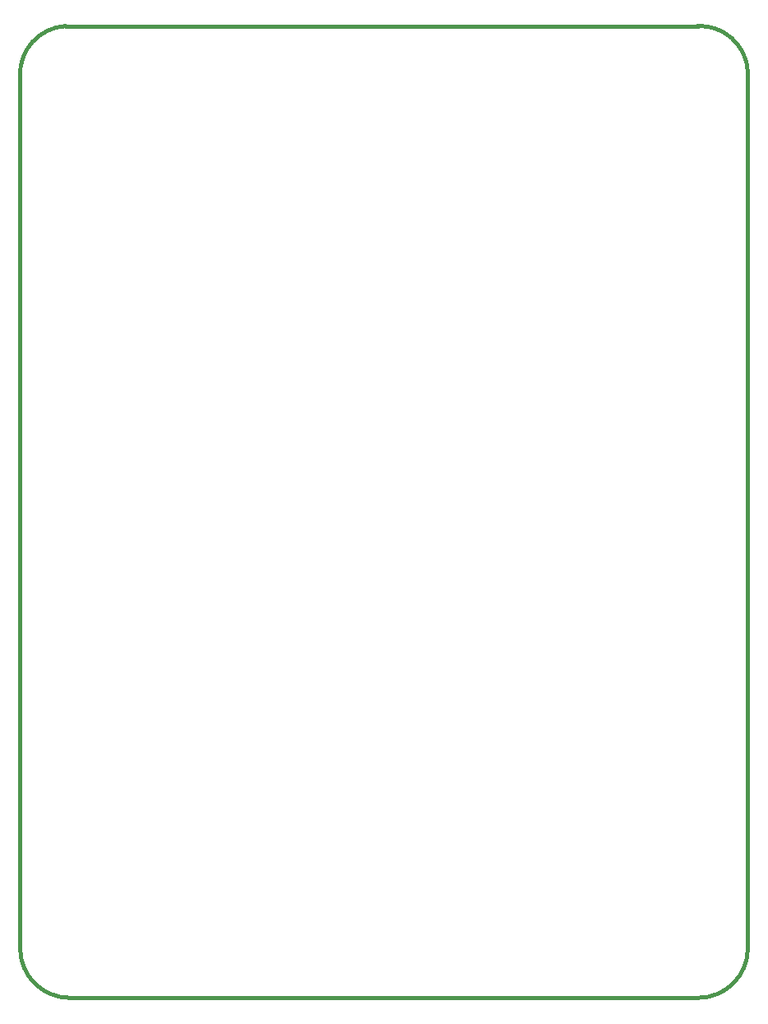
<source format=gm1>
G04 #@! TF.FileFunction,Profile,NP*
%FSLAX46Y46*%
G04 Gerber Fmt 4.6, Leading zero omitted, Abs format (unit mm)*
G04 Created by KiCad (PCBNEW 4.0.4-stable) date 01/06/17 10:24:34*
%MOMM*%
%LPD*%
G01*
G04 APERTURE LIST*
%ADD10C,0.150000*%
%ADD11C,0.381000*%
G04 APERTURE END LIST*
D10*
D11*
X0Y5080000D02*
X0Y94742000D01*
X69850000Y0D02*
X4953000Y0D01*
X74930000Y95123000D02*
X74930000Y5080000D01*
X74930000Y95250000D02*
G75*
G03X69723000Y99949000I-4953000J-254000D01*
G01*
X4699000Y99949000D02*
X69850000Y99949000D01*
X4699000Y99949000D02*
G75*
G03X0Y94742000I254000J-4953000D01*
G01*
X69850000Y0D02*
G75*
G03X74930000Y5080000I0J5080000D01*
G01*
X0Y5080000D02*
G75*
G03X5080000Y0I5080000J0D01*
G01*
M02*

</source>
